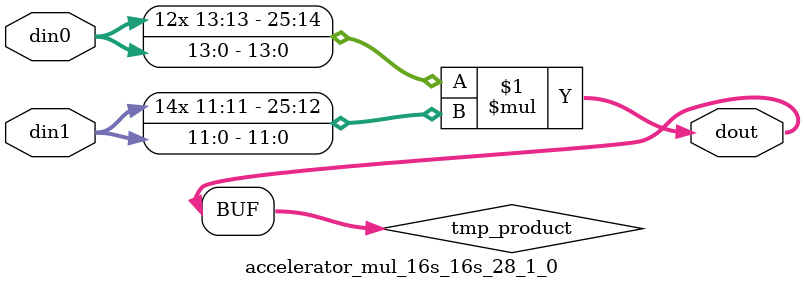
<source format=v>

`timescale 1 ns / 1 ps

  module accelerator_mul_16s_16s_28_1_0(din0, din1, dout);
parameter ID = 1;
parameter NUM_STAGE = 0;
parameter din0_WIDTH = 14;
parameter din1_WIDTH = 12;
parameter dout_WIDTH = 26;

input [din0_WIDTH - 1 : 0] din0; 
input [din1_WIDTH - 1 : 0] din1; 
output [dout_WIDTH - 1 : 0] dout;

wire signed [dout_WIDTH - 1 : 0] tmp_product;













assign tmp_product = $signed(din0) * $signed(din1);








assign dout = tmp_product;







endmodule

</source>
